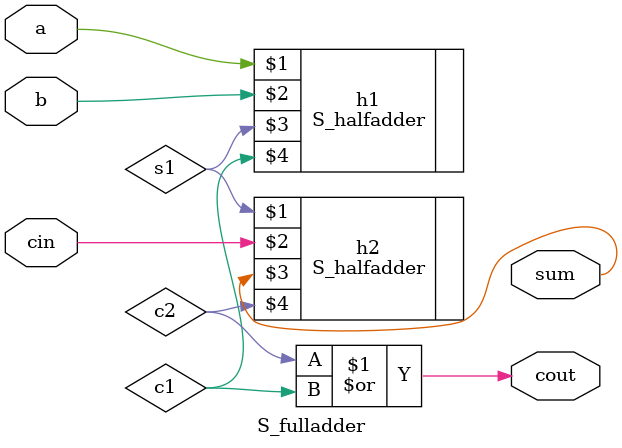
<source format=v>
`timescale 1ns / 1ps
module S_fulladder(a,b,cin,sum,cout);
input a,b,cin;
output sum,cout;
wire s1,c1,c2;
S_halfadder h1(a,b,s1,c1);
S_halfadder h2(s1,cin,sum,c2);
or h3(cout,c2,c1);

endmodule

</source>
